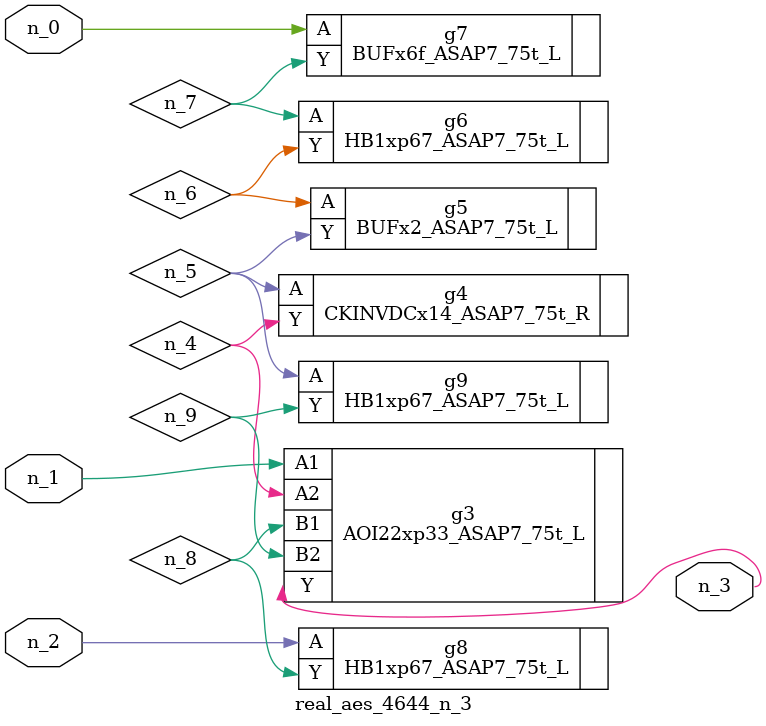
<source format=v>
module real_aes_4644_n_3 (n_0, n_2, n_1, n_3);
input n_0;
input n_2;
input n_1;
output n_3;
wire n_4;
wire n_5;
wire n_7;
wire n_8;
wire n_9;
wire n_6;
BUFx6f_ASAP7_75t_L g7 ( .A(n_0), .Y(n_7) );
AOI22xp33_ASAP7_75t_L g3 ( .A1(n_1), .A2(n_4), .B1(n_8), .B2(n_9), .Y(n_3) );
HB1xp67_ASAP7_75t_L g8 ( .A(n_2), .Y(n_8) );
CKINVDCx14_ASAP7_75t_R g4 ( .A(n_5), .Y(n_4) );
HB1xp67_ASAP7_75t_L g9 ( .A(n_5), .Y(n_9) );
BUFx2_ASAP7_75t_L g5 ( .A(n_6), .Y(n_5) );
HB1xp67_ASAP7_75t_L g6 ( .A(n_7), .Y(n_6) );
endmodule
</source>
